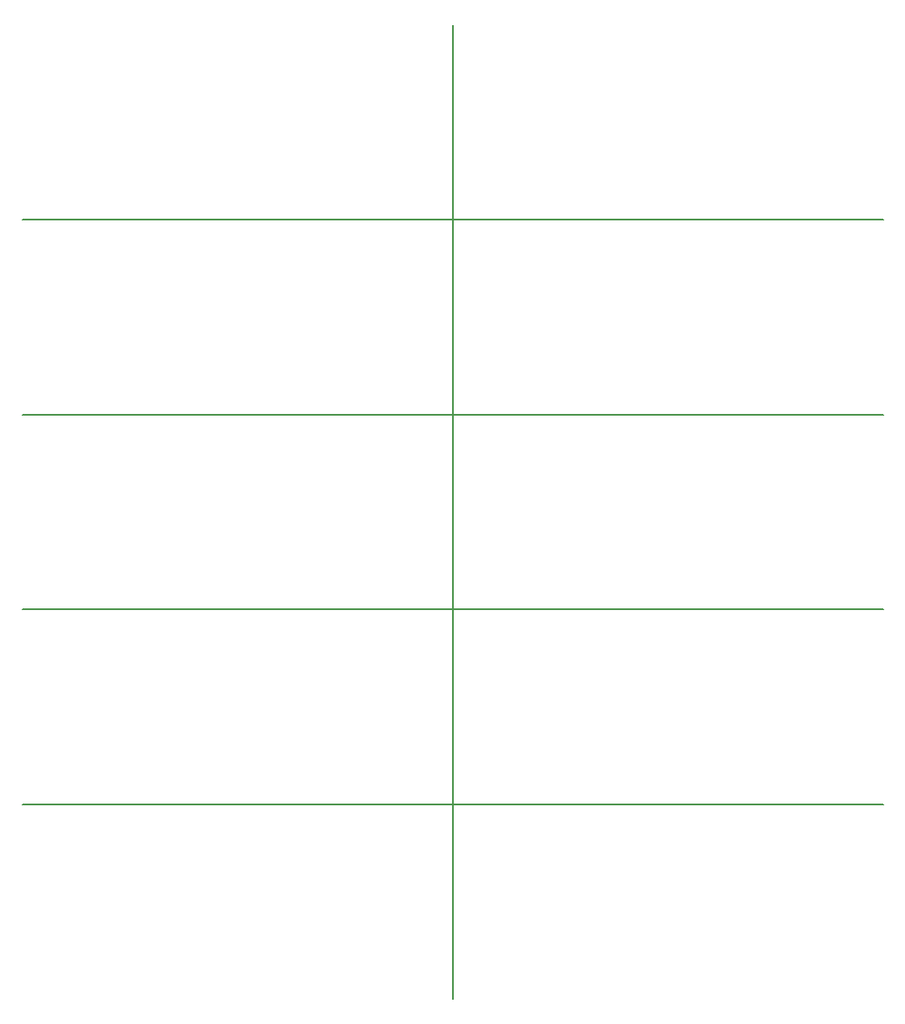
<source format=gbr>
%TF.GenerationSoftware,KiCad,Pcbnew,(5.1.9)-1*%
%TF.CreationDate,2021-05-04T17:37:27+02:00*%
%TF.ProjectId,IM350_AM550_5V_V2.0_Multi,494d3335-305f-4414-9d35-35305f35565f,rev?*%
%TF.SameCoordinates,Original*%
%TF.FileFunction,Other,ECO1*%
%FSLAX46Y46*%
G04 Gerber Fmt 4.6, Leading zero omitted, Abs format (unit mm)*
G04 Created by KiCad (PCBNEW (5.1.9)-1) date 2021-05-04 17:37:27*
%MOMM*%
%LPD*%
G01*
G04 APERTURE LIST*
%ADD10C,0.150000*%
G04 APERTURE END LIST*
D10*
X70500000Y-24500000D02*
X70500000Y-119500000D01*
X28500000Y-100500000D02*
X112500000Y-100500000D01*
X28500000Y-81500000D02*
X112500000Y-81500000D01*
X28500000Y-62500000D02*
X112500000Y-62500000D01*
X28500000Y-43500000D02*
X112500000Y-43500000D01*
M02*

</source>
